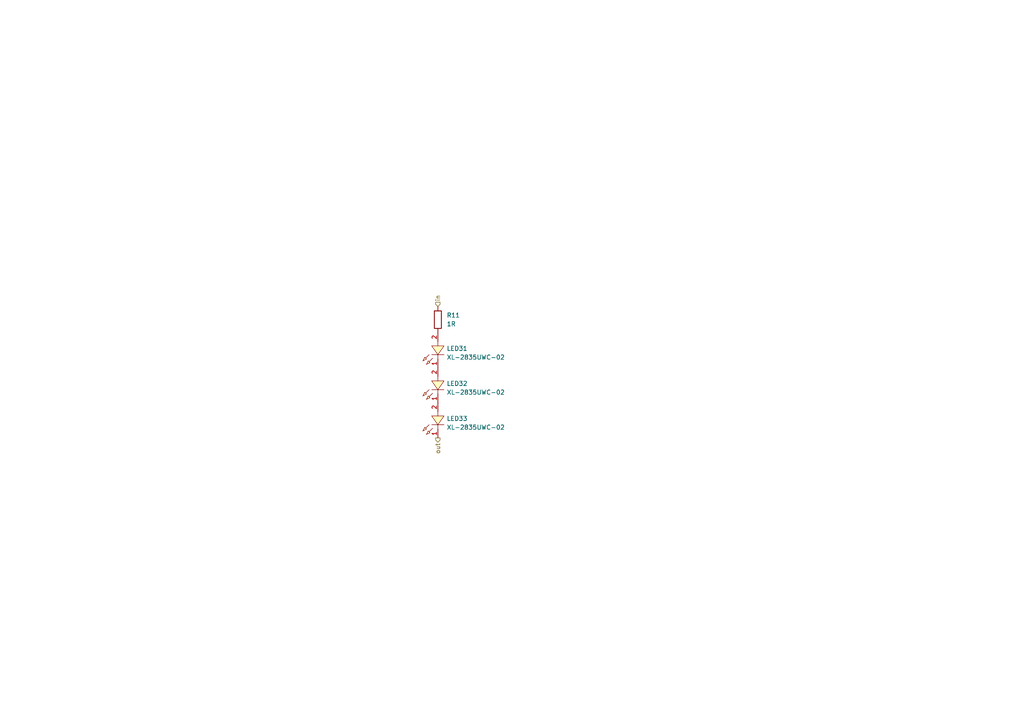
<source format=kicad_sch>
(kicad_sch (version 20250114) (generator "eeschema") (generator_version "9.0")
  (paper "A4")
  (lib_symbols
    (symbol "Device:R" (pin_numbers (hide yes)) (pin_names (offset 0))
      (property "Reference" "R" (at 2.032 0 90))
      (property "Value" "R" (at 0 0 90))
      (symbol "R_0_1"
        (rectangle (start -1.016 -2.54) (end 1.016 2.54) (stroke (width 0.254)))
      )
      (symbol "R_1_1"
        (pin passive line (at 0 3.81 270) (length 1.27) (name "~") (number "1"))
        (pin passive line (at 0 -3.81 90) (length 1.27) (name "~") (number "2"))
      )
    )
    (symbol "XL-2835UWC-02_1" (pin_names (hide yes))
      (property "Reference" "LED" (at 0 5.08 0))
      (property "Value" "XL-2835UWC-02" (at 0 -5.08 0))
      (symbol "XL-2835UWC-02_1_0_1"
        (polyline (pts (xy -4.06 3.3) (xy -3.05 2.79) (xy -3.56 2.29) (xy -4.06 3.3)) (fill (type background)))
        (polyline (pts (xy -3.05 4.32) (xy -2.03 3.81) (xy -2.54 3.3) (xy -3.05 4.32)) (fill (type background)))
        (polyline (pts (xy -2.29 1.52) (xy -3.3 2.54) (xy -2.29 1.52)) (fill (type background)))
        (polyline (pts (xy -1.27 2.54) (xy -2.29 3.56) (xy -1.27 2.54)) (fill (type background)))
        (polyline (pts (xy -1.27 1.78) (xy -1.27 -1.78)))
        (polyline (pts (xy -1.27 0) (xy -2.54 0)))
        (polyline (pts (xy 1.27 1.78) (xy -1.27 0) (xy 1.27 -1.78) (xy 1.27 1.78)) (fill (type background)))
        (polyline (pts (xy 2.54 0) (xy 1.27 0)))
        (pin unspecified line (at -5.08 0 0) (length 2.54) (name "K") (number "1"))
        (pin unspecified line (at 5.08 0 180) (length 2.54) (name "A") (number "2"))
      )
    )
    (symbol "XL-2835UWC-02_2" (pin_names (hide yes))
      (property "Reference" "LED" (at 0 5.08 0))
      (property "Value" "XL-2835UWC-02" (at 0 -5.08 0))
      (symbol "XL-2835UWC-02_2_0_1"
        (polyline (pts (xy -4.06 3.3) (xy -3.05 2.79) (xy -3.56 2.29) (xy -4.06 3.3)) (fill (type background)))
        (polyline (pts (xy -3.05 4.32) (xy -2.03 3.81) (xy -2.54 3.3) (xy -3.05 4.32)) (fill (type background)))
        (polyline (pts (xy -2.29 1.52) (xy -3.3 2.54) (xy -2.29 1.52)) (fill (type background)))
        (polyline (pts (xy -1.27 2.54) (xy -2.29 3.56) (xy -1.27 2.54)) (fill (type background)))
        (polyline (pts (xy -1.27 1.78) (xy -1.27 -1.78)))
        (polyline (pts (xy -1.27 0) (xy -2.54 0)))
        (polyline (pts (xy 1.27 1.78) (xy -1.27 0) (xy 1.27 -1.78) (xy 1.27 1.78)) (fill (type background)))
        (polyline (pts (xy 2.54 0) (xy 1.27 0)))
        (pin unspecified line (at -5.08 0 0) (length 2.54) (name "K") (number "1"))
        (pin unspecified line (at 5.08 0 180) (length 2.54) (name "A") (number "2"))
      )
    )
    (symbol "easyeda2kicad:XL-2835UWC-02" (pin_names (hide yes))
      (property "Reference" "LED" (at 0 5.08 0))
      (property "Value" "XL-2835UWC-02" (at 0 -5.08 0))
      (symbol "XL-2835UWC-02_0_1"
        (polyline (pts (xy -4.06 3.3) (xy -3.05 2.79) (xy -3.56 2.29) (xy -4.06 3.3)) (fill (type background)))
        (polyline (pts (xy -3.05 4.32) (xy -2.03 3.81) (xy -2.54 3.3) (xy -3.05 4.32)) (fill (type background)))
        (polyline (pts (xy -2.29 1.52) (xy -3.3 2.54) (xy -2.29 1.52)) (fill (type background)))
        (polyline (pts (xy -1.27 2.54) (xy -2.29 3.56) (xy -1.27 2.54)) (fill (type background)))
        (polyline (pts (xy -1.27 1.78) (xy -1.27 -1.78)))
        (polyline (pts (xy -1.27 0) (xy -2.54 0)))
        (polyline (pts (xy 1.27 1.78) (xy -1.27 0) (xy 1.27 -1.78) (xy 1.27 1.78)) (fill (type background)))
        (polyline (pts (xy 2.54 0) (xy 1.27 0)))
        (pin unspecified line (at -5.08 0 0) (length 2.54) (name "K") (number "1"))
        (pin unspecified line (at 5.08 0 180) (length 2.54) (name "A") (number "2"))
      )
    )
  )
  (hierarchical_label "out" (shape output) (at 127 127 270))
  (hierarchical_label "in" (shape input) (at 127 88.9 90))
  (symbol (lib_id "Device:R") (at 127 92.71 0) (unit 1)
    (property "Reference" "R1" (at 129.54 91.4399 0) (effects (justify left)))
    (property "Value" "1R" (at 129.54 93.9799 0) (effects (justify left)))
    (property "Footprint" "Resistor_SMD:R_0603_1608Metric" (effects (hide yes)))
    (property "Description" "Resistor" (effects (hide yes)))
    (instances (project "sunface" (path "" (reference "R11") (unit 1)) (path "" (reference "R1") (unit 1)) (path "" (reference "R3") (unit 1)) (path "" (reference "R2") (unit 1)) (path "" (reference "R5") (unit 1)) (path "" (reference "R9") (unit 1)) (path "" (reference "R16") (unit 1)) (path "" (reference "R15") (unit 1)) (path "" (reference "R4") (unit 1)) (path "" (reference "R13") (unit 1)) (path "" (reference "R7") (unit 1)) (path "" (reference "R8") (unit 1)) (path "" (reference "R6") (unit 1)) (path "" (reference "R14") (unit 1)) (path "" (reference "R10") (unit 1)) (path "" (reference "R12") (unit 1))))
  )
  (symbol (lib_id "easyeda2kicad:XL-2835UWC-02") (at 127 101.6 90) (unit 1)
    (property "Reference" "LED1" (at 129.54 101.0899 90) (effects (justify right)))
    (property "Value" "XL-2835UWC-02" (at 129.54 103.6299 90) (effects (justify right)))
    (property "Footprint" "easyeda2kicad:LED-SMD_L3.5-W2.8-RD_1.25T-2PWT" (effects (hide yes)))
    (property "LCSC Part" "C2843876" (effects (hide yes)))
    (instances (project "sunface" (path "" (reference "LED31") (unit 1)) (path "" (reference "LED1") (unit 1)) (path "" (reference "LED7") (unit 1)) (path "" (reference "LED4") (unit 1)) (path "" (reference "LED13") (unit 1)) (path "" (reference "LED25") (unit 1)) (path "" (reference "LED46") (unit 1)) (path "" (reference "LED43") (unit 1)) (path "" (reference "LED10") (unit 1)) (path "" (reference "LED37") (unit 1)) (path "" (reference "LED19") (unit 1)) (path "" (reference "LED22") (unit 1)) (path "" (reference "LED16") (unit 1)) (path "" (reference "LED40") (unit 1)) (path "" (reference "LED28") (unit 1)) (path "" (reference "LED34") (unit 1))))
  )
  (symbol (lib_name "XL-2835UWC-02_1") (lib_id "easyeda2kicad:XL-2835UWC-02") (at 127 121.92 90) (unit 1)
    (property "Reference" "LED3" (at 129.54 121.4099 90) (effects (justify right)))
    (property "Value" "XL-2835UWC-02" (at 129.54 123.9499 90) (effects (justify right)))
    (property "Footprint" "easyeda2kicad:LED-SMD_L3.5-W2.8-RD_1.25T-2PWT" (effects (hide yes)))
    (property "LCSC Part" "C2843876" (effects (hide yes)))
    (instances (project "sunface" (path "" (reference "LED33") (unit 1)) (path "" (reference "LED3") (unit 1)) (path "" (reference "LED9") (unit 1)) (path "" (reference "LED6") (unit 1)) (path "" (reference "LED15") (unit 1)) (path "" (reference "LED27") (unit 1)) (path "" (reference "LED48") (unit 1)) (path "" (reference "LED45") (unit 1)) (path "" (reference "LED12") (unit 1)) (path "" (reference "LED39") (unit 1)) (path "" (reference "LED21") (unit 1)) (path "" (reference "LED24") (unit 1)) (path "" (reference "LED18") (unit 1)) (path "" (reference "LED42") (unit 1)) (path "" (reference "LED30") (unit 1)) (path "" (reference "LED36") (unit 1))))
  )
  (symbol (lib_name "XL-2835UWC-02_2") (lib_id "easyeda2kicad:XL-2835UWC-02") (at 127 111.76 90) (unit 1)
    (property "Reference" "LED2" (at 129.54 111.2499 90) (effects (justify right)))
    (property "Value" "XL-2835UWC-02" (at 129.54 113.7899 90) (effects (justify right)))
    (property "Footprint" "easyeda2kicad:LED-SMD_L3.5-W2.8-RD_1.25T-2PWT" (effects (hide yes)))
    (property "LCSC Part" "C2843876" (effects (hide yes)))
    (instances (project "sunface" (path "" (reference "LED32") (unit 1)) (path "" (reference "LED2") (unit 1)) (path "" (reference "LED8") (unit 1)) (path "" (reference "LED5") (unit 1)) (path "" (reference "LED14") (unit 1)) (path "" (reference "LED26") (unit 1)) (path "" (reference "LED47") (unit 1)) (path "" (reference "LED44") (unit 1)) (path "" (reference "LED11") (unit 1)) (path "" (reference "LED38") (unit 1)) (path "" (reference "LED20") (unit 1)) (path "" (reference "LED23") (unit 1)) (path "" (reference "LED17") (unit 1)) (path "" (reference "LED41") (unit 1)) (path "" (reference "LED29") (unit 1)) (path "" (reference "LED35") (unit 1))))
  )
)
</source>
